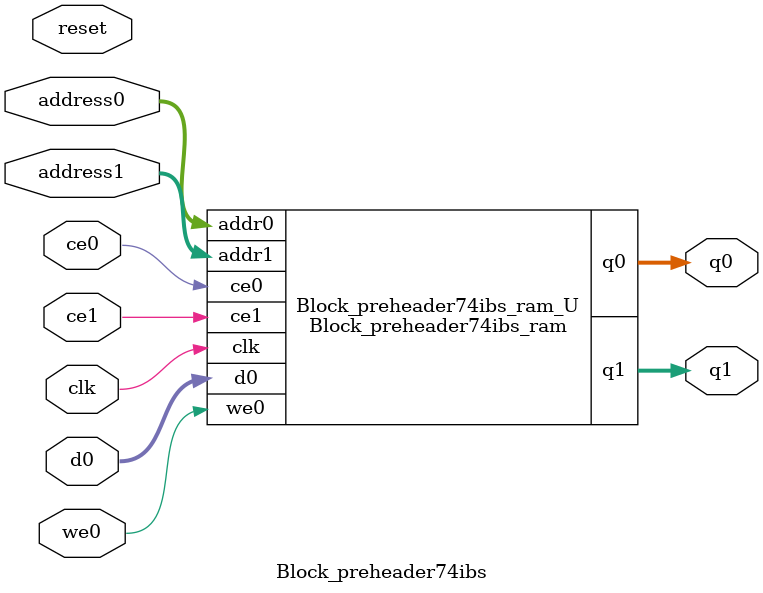
<source format=v>
`timescale 1 ns / 1 ps
module Block_preheader74ibs_ram (addr0, ce0, d0, we0, q0, addr1, ce1, q1,  clk);

parameter DWIDTH = 8;
parameter AWIDTH = 4;
parameter MEM_SIZE = 9;

input[AWIDTH-1:0] addr0;
input ce0;
input[DWIDTH-1:0] d0;
input we0;
output reg[DWIDTH-1:0] q0;
input[AWIDTH-1:0] addr1;
input ce1;
output reg[DWIDTH-1:0] q1;
input clk;

(* ram_style = "distributed" *)reg [DWIDTH-1:0] ram[0:MEM_SIZE-1];




always @(posedge clk)  
begin 
    if (ce0) begin
        if (we0) 
            ram[addr0] <= d0; 
        q0 <= ram[addr0];
    end
end


always @(posedge clk)  
begin 
    if (ce1) begin
        q1 <= ram[addr1];
    end
end


endmodule

`timescale 1 ns / 1 ps
module Block_preheader74ibs(
    reset,
    clk,
    address0,
    ce0,
    we0,
    d0,
    q0,
    address1,
    ce1,
    q1);

parameter DataWidth = 32'd8;
parameter AddressRange = 32'd9;
parameter AddressWidth = 32'd4;
input reset;
input clk;
input[AddressWidth - 1:0] address0;
input ce0;
input we0;
input[DataWidth - 1:0] d0;
output[DataWidth - 1:0] q0;
input[AddressWidth - 1:0] address1;
input ce1;
output[DataWidth - 1:0] q1;



Block_preheader74ibs_ram Block_preheader74ibs_ram_U(
    .clk( clk ),
    .addr0( address0 ),
    .ce0( ce0 ),
    .we0( we0 ),
    .d0( d0 ),
    .q0( q0 ),
    .addr1( address1 ),
    .ce1( ce1 ),
    .q1( q1 ));

endmodule


</source>
